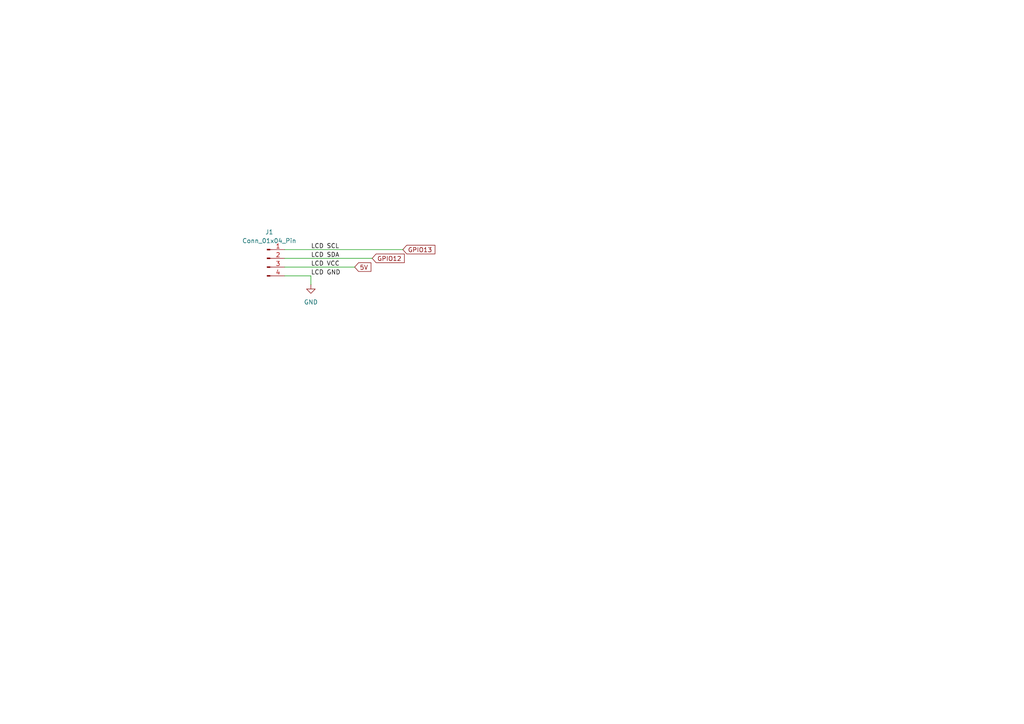
<source format=kicad_sch>
(kicad_sch
	(version 20231120)
	(generator "eeschema")
	(generator_version "8.0")
	(uuid "f80d3f3a-ce83-4741-884b-eabe9fb02e3e")
	(paper "A4")
	(lib_symbols
		(symbol "Connector:Conn_01x04_Pin"
			(pin_names
				(offset 1.016) hide)
			(exclude_from_sim no)
			(in_bom yes)
			(on_board yes)
			(property "Reference" "J"
				(at 0 5.08 0)
				(effects
					(font
						(size 1.27 1.27)
					)
				)
			)
			(property "Value" "Conn_01x04_Pin"
				(at 0 -7.62 0)
				(effects
					(font
						(size 1.27 1.27)
					)
				)
			)
			(property "Footprint" ""
				(at 0 0 0)
				(effects
					(font
						(size 1.27 1.27)
					)
					(hide yes)
				)
			)
			(property "Datasheet" "~"
				(at 0 0 0)
				(effects
					(font
						(size 1.27 1.27)
					)
					(hide yes)
				)
			)
			(property "Description" "Generic connector, single row, 01x04, script generated"
				(at 0 0 0)
				(effects
					(font
						(size 1.27 1.27)
					)
					(hide yes)
				)
			)
			(property "ki_locked" ""
				(at 0 0 0)
				(effects
					(font
						(size 1.27 1.27)
					)
				)
			)
			(property "ki_keywords" "connector"
				(at 0 0 0)
				(effects
					(font
						(size 1.27 1.27)
					)
					(hide yes)
				)
			)
			(property "ki_fp_filters" "Connector*:*_1x??_*"
				(at 0 0 0)
				(effects
					(font
						(size 1.27 1.27)
					)
					(hide yes)
				)
			)
			(symbol "Conn_01x04_Pin_1_1"
				(polyline
					(pts
						(xy 1.27 -5.08) (xy 0.8636 -5.08)
					)
					(stroke
						(width 0.1524)
						(type default)
					)
					(fill
						(type none)
					)
				)
				(polyline
					(pts
						(xy 1.27 -2.54) (xy 0.8636 -2.54)
					)
					(stroke
						(width 0.1524)
						(type default)
					)
					(fill
						(type none)
					)
				)
				(polyline
					(pts
						(xy 1.27 0) (xy 0.8636 0)
					)
					(stroke
						(width 0.1524)
						(type default)
					)
					(fill
						(type none)
					)
				)
				(polyline
					(pts
						(xy 1.27 2.54) (xy 0.8636 2.54)
					)
					(stroke
						(width 0.1524)
						(type default)
					)
					(fill
						(type none)
					)
				)
				(rectangle
					(start 0.8636 -4.953)
					(end 0 -5.207)
					(stroke
						(width 0.1524)
						(type default)
					)
					(fill
						(type outline)
					)
				)
				(rectangle
					(start 0.8636 -2.413)
					(end 0 -2.667)
					(stroke
						(width 0.1524)
						(type default)
					)
					(fill
						(type outline)
					)
				)
				(rectangle
					(start 0.8636 0.127)
					(end 0 -0.127)
					(stroke
						(width 0.1524)
						(type default)
					)
					(fill
						(type outline)
					)
				)
				(rectangle
					(start 0.8636 2.667)
					(end 0 2.413)
					(stroke
						(width 0.1524)
						(type default)
					)
					(fill
						(type outline)
					)
				)
				(pin passive line
					(at 5.08 2.54 180)
					(length 3.81)
					(name "Pin_1"
						(effects
							(font
								(size 1.27 1.27)
							)
						)
					)
					(number "1"
						(effects
							(font
								(size 1.27 1.27)
							)
						)
					)
				)
				(pin passive line
					(at 5.08 0 180)
					(length 3.81)
					(name "Pin_2"
						(effects
							(font
								(size 1.27 1.27)
							)
						)
					)
					(number "2"
						(effects
							(font
								(size 1.27 1.27)
							)
						)
					)
				)
				(pin passive line
					(at 5.08 -2.54 180)
					(length 3.81)
					(name "Pin_3"
						(effects
							(font
								(size 1.27 1.27)
							)
						)
					)
					(number "3"
						(effects
							(font
								(size 1.27 1.27)
							)
						)
					)
				)
				(pin passive line
					(at 5.08 -5.08 180)
					(length 3.81)
					(name "Pin_4"
						(effects
							(font
								(size 1.27 1.27)
							)
						)
					)
					(number "4"
						(effects
							(font
								(size 1.27 1.27)
							)
						)
					)
				)
			)
		)
		(symbol "power:GND"
			(power)
			(pin_numbers hide)
			(pin_names
				(offset 0) hide)
			(exclude_from_sim no)
			(in_bom yes)
			(on_board yes)
			(property "Reference" "#PWR"
				(at 0 -6.35 0)
				(effects
					(font
						(size 1.27 1.27)
					)
					(hide yes)
				)
			)
			(property "Value" "GND"
				(at 0 -3.81 0)
				(effects
					(font
						(size 1.27 1.27)
					)
				)
			)
			(property "Footprint" ""
				(at 0 0 0)
				(effects
					(font
						(size 1.27 1.27)
					)
					(hide yes)
				)
			)
			(property "Datasheet" ""
				(at 0 0 0)
				(effects
					(font
						(size 1.27 1.27)
					)
					(hide yes)
				)
			)
			(property "Description" "Power symbol creates a global label with name \"GND\" , ground"
				(at 0 0 0)
				(effects
					(font
						(size 1.27 1.27)
					)
					(hide yes)
				)
			)
			(property "ki_keywords" "global power"
				(at 0 0 0)
				(effects
					(font
						(size 1.27 1.27)
					)
					(hide yes)
				)
			)
			(symbol "GND_0_1"
				(polyline
					(pts
						(xy 0 0) (xy 0 -1.27) (xy 1.27 -1.27) (xy 0 -2.54) (xy -1.27 -1.27) (xy 0 -1.27)
					)
					(stroke
						(width 0)
						(type default)
					)
					(fill
						(type none)
					)
				)
			)
			(symbol "GND_1_1"
				(pin power_in line
					(at 0 0 270)
					(length 0)
					(name "~"
						(effects
							(font
								(size 1.27 1.27)
							)
						)
					)
					(number "1"
						(effects
							(font
								(size 1.27 1.27)
							)
						)
					)
				)
			)
		)
	)
	(wire
		(pts
			(xy 82.55 74.93) (xy 107.95 74.93)
		)
		(stroke
			(width 0)
			(type default)
		)
		(uuid "7569b043-ecf4-44cb-bc90-339c36369cdb")
	)
	(wire
		(pts
			(xy 82.55 80.01) (xy 90.17 80.01)
		)
		(stroke
			(width 0)
			(type default)
		)
		(uuid "7efecd26-20b9-4add-8a80-25ae119804dd")
	)
	(wire
		(pts
			(xy 82.55 72.39) (xy 116.84 72.39)
		)
		(stroke
			(width 0)
			(type default)
		)
		(uuid "db9de30e-0bc0-46e1-a3f0-20cd5fcfeae1")
	)
	(wire
		(pts
			(xy 90.17 82.55) (xy 90.17 80.01)
		)
		(stroke
			(width 0)
			(type default)
		)
		(uuid "e93513ca-5e79-49fa-949e-43fc41cbc624")
	)
	(wire
		(pts
			(xy 82.55 77.47) (xy 102.87 77.47)
		)
		(stroke
			(width 0)
			(type default)
		)
		(uuid "fab29fa1-7021-4287-9d2b-ad877a831065")
	)
	(label "LCD GND"
		(at 90.17 80.01 0)
		(fields_autoplaced yes)
		(effects
			(font
				(size 1.27 1.27)
			)
			(justify left bottom)
		)
		(uuid "0ee7284b-8584-4a97-82ca-3b9b340c9282")
	)
	(label "LCD SCL"
		(at 90.17 72.39 0)
		(fields_autoplaced yes)
		(effects
			(font
				(size 1.27 1.27)
			)
			(justify left bottom)
		)
		(uuid "487a9e9d-acb4-47c5-9b20-569c4db61615")
	)
	(label "LCD SDA"
		(at 90.17 74.93 0)
		(fields_autoplaced yes)
		(effects
			(font
				(size 1.27 1.27)
			)
			(justify left bottom)
		)
		(uuid "aea7c66b-bd49-44d6-8c3f-ac0c861482c2")
	)
	(label "LCD VCC"
		(at 90.17 77.47 0)
		(fields_autoplaced yes)
		(effects
			(font
				(size 1.27 1.27)
			)
			(justify left bottom)
		)
		(uuid "d8a9e62e-a1b3-4b53-bc08-9c25da844d64")
	)
	(global_label "GPIO13"
		(shape input)
		(at 116.84 72.39 0)
		(fields_autoplaced yes)
		(effects
			(font
				(size 1.27 1.27)
			)
			(justify left)
		)
		(uuid "5a6dfad3-cd29-4a78-8a7f-f7cf61c407fc")
		(property "Intersheetrefs" "${INTERSHEET_REFS}"
			(at 126.7195 72.39 0)
			(effects
				(font
					(size 1.27 1.27)
				)
				(justify left)
				(hide yes)
			)
		)
	)
	(global_label "GPIO12"
		(shape input)
		(at 107.95 74.93 0)
		(fields_autoplaced yes)
		(effects
			(font
				(size 1.27 1.27)
			)
			(justify left)
		)
		(uuid "6b58f066-c52a-4550-8d7c-66973f378342")
		(property "Intersheetrefs" "${INTERSHEET_REFS}"
			(at 117.8295 74.93 0)
			(effects
				(font
					(size 1.27 1.27)
				)
				(justify left)
				(hide yes)
			)
		)
	)
	(global_label "5V"
		(shape input)
		(at 102.87 77.47 0)
		(fields_autoplaced yes)
		(effects
			(font
				(size 1.27 1.27)
			)
			(justify left)
		)
		(uuid "e78c09fe-3746-4d08-92f6-53d1cba53aea")
		(property "Intersheetrefs" "${INTERSHEET_REFS}"
			(at 108.1533 77.47 0)
			(effects
				(font
					(size 1.27 1.27)
				)
				(justify left)
				(hide yes)
			)
		)
	)
	(symbol
		(lib_id "Connector:Conn_01x04_Pin")
		(at 77.47 74.93 0)
		(unit 1)
		(exclude_from_sim no)
		(in_bom yes)
		(on_board yes)
		(dnp no)
		(fields_autoplaced yes)
		(uuid "afc4f62b-697f-45c5-b795-241a26a65924")
		(property "Reference" "J1"
			(at 78.105 67.31 0)
			(effects
				(font
					(size 1.27 1.27)
				)
			)
		)
		(property "Value" "Conn_01x04_Pin"
			(at 78.105 69.85 0)
			(effects
				(font
					(size 1.27 1.27)
				)
			)
		)
		(property "Footprint" "Connector:NS-Tech_Grove_1x04_P2mm_Vertical"
			(at 77.47 74.93 0)
			(effects
				(font
					(size 1.27 1.27)
				)
				(hide yes)
			)
		)
		(property "Datasheet" "~"
			(at 77.47 74.93 0)
			(effects
				(font
					(size 1.27 1.27)
				)
				(hide yes)
			)
		)
		(property "Description" "Generic connector, single row, 01x04, script generated"
			(at 77.47 74.93 0)
			(effects
				(font
					(size 1.27 1.27)
				)
				(hide yes)
			)
		)
		(pin "4"
			(uuid "42c11a4d-c479-4d5e-967d-58a1096d5bda")
		)
		(pin "3"
			(uuid "b198282e-a589-4e09-834b-86f587d48754")
		)
		(pin "2"
			(uuid "ae172a8b-818d-4c6b-9b9f-b746a70f6ee5")
		)
		(pin "1"
			(uuid "0066b72d-e556-4f71-a99a-0f342cb13e86")
		)
		(instances
			(project ""
				(path "/e8eb11e1-6cec-414d-9150-5cfb3d1c103e/281e3246-fc88-46a4-86cc-922a96fe6df3"
					(reference "J1")
					(unit 1)
				)
			)
		)
	)
	(symbol
		(lib_id "power:GND")
		(at 90.17 82.55 0)
		(unit 1)
		(exclude_from_sim no)
		(in_bom yes)
		(on_board yes)
		(dnp no)
		(fields_autoplaced yes)
		(uuid "c930bdce-3a0f-4e4d-9e35-09c437871dfc")
		(property "Reference" "#PWR019"
			(at 90.17 88.9 0)
			(effects
				(font
					(size 1.27 1.27)
				)
				(hide yes)
			)
		)
		(property "Value" "GND"
			(at 90.17 87.63 0)
			(effects
				(font
					(size 1.27 1.27)
				)
			)
		)
		(property "Footprint" ""
			(at 90.17 82.55 0)
			(effects
				(font
					(size 1.27 1.27)
				)
				(hide yes)
			)
		)
		(property "Datasheet" ""
			(at 90.17 82.55 0)
			(effects
				(font
					(size 1.27 1.27)
				)
				(hide yes)
			)
		)
		(property "Description" "Power symbol creates a global label with name \"GND\" , ground"
			(at 90.17 82.55 0)
			(effects
				(font
					(size 1.27 1.27)
				)
				(hide yes)
			)
		)
		(pin "1"
			(uuid "20efd4af-507f-4d30-a757-989f88adec98")
		)
		(instances
			(project ""
				(path "/e8eb11e1-6cec-414d-9150-5cfb3d1c103e/281e3246-fc88-46a4-86cc-922a96fe6df3"
					(reference "#PWR019")
					(unit 1)
				)
			)
		)
	)
)

</source>
